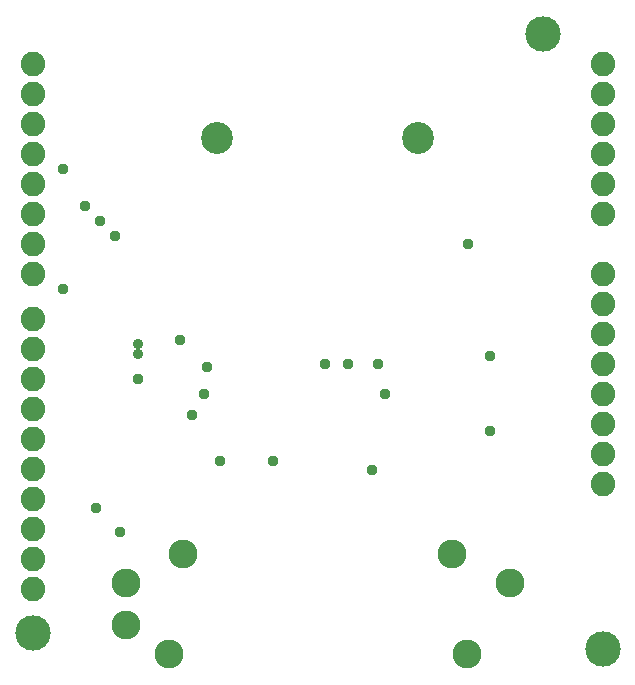
<source format=gbs>
G04 EAGLE Gerber RS-274X export*
G75*
%MOIN*%
%FSLAX24Y24*%
%LPD*%
%INSoldermask Bottom*%
%IPPOS*%
%AMOC8*
5,1,8,0,0,1.08239X$1,22.5*%
G01*
G04 Define Apertures*
%ADD10C,0.106425*%
%ADD11C,0.118236*%
%ADD12C,0.082000*%
%ADD13C,0.096583*%
%ADD14C,0.037780*%
%ADD15C,0.035811*%
D10*
X7146Y19043D03*
X13839Y19044D03*
D11*
X1001Y2520D03*
X19999Y2005D03*
X18000Y22513D03*
D12*
X20000Y9500D03*
X20000Y10500D03*
X20000Y11500D03*
X20000Y12500D03*
X20000Y13500D03*
X20000Y14500D03*
X20000Y16500D03*
X20000Y17500D03*
X20000Y18500D03*
X20000Y19500D03*
X20000Y20500D03*
X20000Y21500D03*
X1000Y21500D03*
X1000Y20500D03*
X1000Y19500D03*
X1000Y18500D03*
X1000Y17500D03*
X1000Y16500D03*
X1000Y15500D03*
X1000Y14500D03*
X1000Y13000D03*
X1000Y12000D03*
X1000Y11000D03*
X1000Y10000D03*
X1000Y9000D03*
X1000Y8000D03*
X1000Y7000D03*
X1000Y6000D03*
X1000Y5000D03*
X1000Y4000D03*
X20000Y8500D03*
X20000Y7500D03*
D13*
X4102Y4189D03*
X4102Y2811D03*
X16898Y4189D03*
X14988Y5173D03*
X6012Y5173D03*
X5539Y1827D03*
X15461Y1827D03*
D14*
X4500Y11000D03*
X12500Y11500D03*
X12292Y7958D03*
X15500Y15500D03*
X9000Y8250D03*
D15*
X4500Y12164D03*
X4500Y11846D03*
D14*
X7250Y8250D03*
X12750Y10500D03*
X2000Y18000D03*
X2000Y14000D03*
X5900Y12300D03*
X6800Y11400D03*
X6300Y9800D03*
X6700Y10500D03*
X11500Y11500D03*
X10750Y11500D03*
X3900Y5900D03*
X3100Y6700D03*
X16250Y9250D03*
X16250Y11750D03*
X3750Y15750D03*
X3250Y16250D03*
X2750Y16750D03*
M02*

</source>
